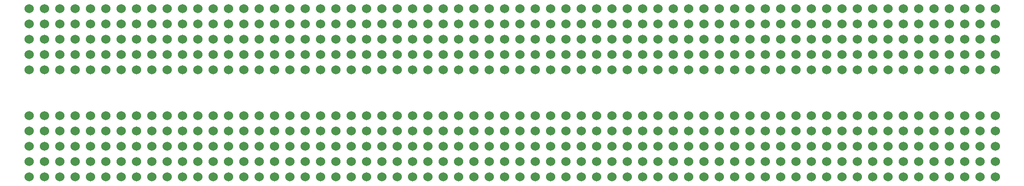
<source format=gbr>
%TF.GenerationSoftware,KiCad,Pcbnew,5.1.9-73d0e3b20d~88~ubuntu20.04.1*%
%TF.CreationDate,2021-01-27T17:20:26-06:00*%
%TF.ProjectId,ProtoPCBs,50726f74-6f50-4434-9273-2e6b69636164,rev?*%
%TF.SameCoordinates,Original*%
%TF.FileFunction,Copper,L2,Bot*%
%TF.FilePolarity,Positive*%
%FSLAX46Y46*%
G04 Gerber Fmt 4.6, Leading zero omitted, Abs format (unit mm)*
G04 Created by KiCad (PCBNEW 5.1.9-73d0e3b20d~88~ubuntu20.04.1) date 2021-01-27 17:20:26*
%MOMM*%
%LPD*%
G01*
G04 APERTURE LIST*
%TA.AperFunction,ComponentPad*%
%ADD10C,1.524000*%
%TD*%
G04 APERTURE END LIST*
D10*
%TO.P,REF\u002A\u002A,1*%
%TO.N,N/C*%
X71120000Y-83820000D03*
X228600000Y-86360000D03*
X226060000Y-86360000D03*
X223520000Y-83820000D03*
X231140000Y-91440000D03*
X226060000Y-93980000D03*
X226060000Y-91440000D03*
X208280000Y-83820000D03*
X195580000Y-88900000D03*
X160020000Y-88900000D03*
X167640000Y-83820000D03*
X175260000Y-83820000D03*
X177800000Y-91440000D03*
X177800000Y-88900000D03*
X187960000Y-91440000D03*
X180340000Y-83820000D03*
X175260000Y-91440000D03*
X160020000Y-91440000D03*
X180340000Y-88900000D03*
X187960000Y-83820000D03*
X195580000Y-93980000D03*
X193040000Y-88900000D03*
X160020000Y-93980000D03*
X203200000Y-86360000D03*
X193040000Y-91440000D03*
X210820000Y-86360000D03*
X175260000Y-88900000D03*
X190500000Y-83820000D03*
X167640000Y-93980000D03*
X198120000Y-93980000D03*
X195580000Y-83820000D03*
X165100000Y-83820000D03*
X180340000Y-86360000D03*
X154940000Y-93980000D03*
X157480000Y-88900000D03*
X218440000Y-91440000D03*
X218440000Y-88900000D03*
X218440000Y-86360000D03*
X231140000Y-93980000D03*
X220980000Y-86360000D03*
X226060000Y-88900000D03*
X185420000Y-88900000D03*
X172720000Y-91440000D03*
X190500000Y-86360000D03*
X215900000Y-93980000D03*
X213360000Y-88900000D03*
X223520000Y-86360000D03*
X213360000Y-91440000D03*
X231140000Y-86360000D03*
X218440000Y-93980000D03*
X208280000Y-93980000D03*
X177800000Y-86360000D03*
X167640000Y-91440000D03*
X190500000Y-93980000D03*
X182880000Y-91440000D03*
X182880000Y-93980000D03*
X177800000Y-93980000D03*
X162560000Y-88900000D03*
X210820000Y-83820000D03*
X195580000Y-86360000D03*
X208280000Y-91440000D03*
X200660000Y-83820000D03*
X182880000Y-88900000D03*
X165100000Y-93980000D03*
X165100000Y-88900000D03*
X154940000Y-86360000D03*
X157480000Y-93980000D03*
X170180000Y-93980000D03*
X198120000Y-83820000D03*
X193040000Y-83820000D03*
X157480000Y-86360000D03*
X71120000Y-93980000D03*
X81280000Y-86360000D03*
X134620000Y-83820000D03*
X142240000Y-91440000D03*
X142240000Y-93980000D03*
X139700000Y-91440000D03*
X139700000Y-93980000D03*
X106680000Y-93980000D03*
X106680000Y-88900000D03*
X104140000Y-83820000D03*
X93980000Y-93980000D03*
X152400000Y-83820000D03*
X152400000Y-93980000D03*
X162560000Y-86360000D03*
X215900000Y-83820000D03*
X223520000Y-91440000D03*
X223520000Y-93980000D03*
X220980000Y-91440000D03*
X220980000Y-93980000D03*
X187960000Y-93980000D03*
X187960000Y-88900000D03*
X185420000Y-83820000D03*
X175260000Y-93980000D03*
X195580000Y-91440000D03*
X200660000Y-88900000D03*
X215900000Y-91440000D03*
X220980000Y-88900000D03*
X223520000Y-88900000D03*
X203200000Y-88900000D03*
X165100000Y-86360000D03*
X172720000Y-88900000D03*
X210820000Y-88900000D03*
X182880000Y-83820000D03*
X190500000Y-91440000D03*
X152400000Y-86360000D03*
X172720000Y-86360000D03*
X172720000Y-93980000D03*
X193040000Y-86360000D03*
X114300000Y-91440000D03*
X119380000Y-88900000D03*
X170180000Y-88900000D03*
X177800000Y-83820000D03*
X134620000Y-91440000D03*
X139700000Y-88900000D03*
X142240000Y-88900000D03*
X152400000Y-88900000D03*
X121920000Y-88900000D03*
X83820000Y-86360000D03*
X91440000Y-88900000D03*
X129540000Y-88900000D03*
X101600000Y-83820000D03*
X109220000Y-91440000D03*
X71120000Y-86360000D03*
X91440000Y-86360000D03*
X154940000Y-83820000D03*
X91440000Y-93980000D03*
X205740000Y-83820000D03*
X162560000Y-93980000D03*
X111760000Y-86360000D03*
X111760000Y-93980000D03*
X99060000Y-91440000D03*
X99060000Y-93980000D03*
X83820000Y-83820000D03*
X99060000Y-86360000D03*
X73660000Y-93980000D03*
X76200000Y-88900000D03*
X167640000Y-88900000D03*
X231140000Y-88900000D03*
X213360000Y-86360000D03*
X213360000Y-93980000D03*
X228600000Y-93980000D03*
X228600000Y-83820000D03*
X215900000Y-88900000D03*
X162560000Y-83820000D03*
X193040000Y-93980000D03*
X180340000Y-91440000D03*
X180340000Y-93980000D03*
X170180000Y-91440000D03*
X231140000Y-83820000D03*
X215900000Y-86360000D03*
X228600000Y-91440000D03*
X220980000Y-83820000D03*
X218440000Y-83820000D03*
X160020000Y-83820000D03*
X175260000Y-86360000D03*
X154940000Y-91440000D03*
X165100000Y-91440000D03*
X203200000Y-91440000D03*
X203200000Y-93980000D03*
X200660000Y-91440000D03*
X200660000Y-93980000D03*
X208280000Y-86360000D03*
X226060000Y-83820000D03*
X162560000Y-91440000D03*
X208280000Y-88900000D03*
X185420000Y-91440000D03*
X182880000Y-86360000D03*
X185420000Y-86360000D03*
X205740000Y-86360000D03*
X203200000Y-83820000D03*
X210820000Y-91440000D03*
X205740000Y-93980000D03*
X205740000Y-91440000D03*
X172720000Y-83820000D03*
X187960000Y-86360000D03*
X185420000Y-93980000D03*
X157480000Y-83820000D03*
X198120000Y-91440000D03*
X198120000Y-88900000D03*
X198120000Y-86360000D03*
X210820000Y-93980000D03*
X154940000Y-88900000D03*
X170180000Y-83820000D03*
X152400000Y-91440000D03*
X170180000Y-86360000D03*
X200660000Y-86360000D03*
X205740000Y-88900000D03*
X190500000Y-88900000D03*
X167640000Y-86360000D03*
X213360000Y-83820000D03*
X228600000Y-88900000D03*
X137160000Y-91440000D03*
X137160000Y-88900000D03*
X137160000Y-86360000D03*
X149860000Y-93980000D03*
X139700000Y-86360000D03*
X144780000Y-88900000D03*
X104140000Y-88900000D03*
X91440000Y-91440000D03*
X109220000Y-86360000D03*
X134620000Y-93980000D03*
X132080000Y-88900000D03*
X142240000Y-86360000D03*
X132080000Y-91440000D03*
X149860000Y-86360000D03*
X137160000Y-93980000D03*
X127000000Y-93980000D03*
X96520000Y-86360000D03*
X86360000Y-91440000D03*
X109220000Y-93980000D03*
X101600000Y-91440000D03*
X101600000Y-93980000D03*
X96520000Y-93980000D03*
X81280000Y-88900000D03*
X147320000Y-86360000D03*
X144780000Y-86360000D03*
X142240000Y-83820000D03*
X149860000Y-91440000D03*
X144780000Y-93980000D03*
X144780000Y-91440000D03*
X127000000Y-83820000D03*
X114300000Y-88900000D03*
X78740000Y-88900000D03*
X86360000Y-83820000D03*
X93980000Y-83820000D03*
X96520000Y-91440000D03*
X96520000Y-88900000D03*
X106680000Y-91440000D03*
X99060000Y-83820000D03*
X93980000Y-91440000D03*
X78740000Y-91440000D03*
X99060000Y-88900000D03*
X106680000Y-83820000D03*
X114300000Y-93980000D03*
X111760000Y-88900000D03*
X78740000Y-93980000D03*
X121920000Y-86360000D03*
X111760000Y-91440000D03*
X129540000Y-86360000D03*
X93980000Y-88900000D03*
X109220000Y-83820000D03*
X86360000Y-93980000D03*
X157480000Y-91440000D03*
X86360000Y-88900000D03*
X149860000Y-88900000D03*
X132080000Y-86360000D03*
X132080000Y-93980000D03*
X147320000Y-93980000D03*
X147320000Y-83820000D03*
X134620000Y-88900000D03*
X81280000Y-83820000D03*
X116840000Y-93980000D03*
X114300000Y-83820000D03*
X88900000Y-91440000D03*
X149860000Y-83820000D03*
X134620000Y-86360000D03*
X147320000Y-91440000D03*
X139700000Y-83820000D03*
X137160000Y-83820000D03*
X78740000Y-83820000D03*
X93980000Y-86360000D03*
X73660000Y-91440000D03*
X83820000Y-91440000D03*
X121920000Y-91440000D03*
X121920000Y-93980000D03*
X119380000Y-91440000D03*
X119380000Y-93980000D03*
X127000000Y-86360000D03*
X144780000Y-83820000D03*
X101600000Y-86360000D03*
X104140000Y-86360000D03*
X124460000Y-86360000D03*
X121920000Y-83820000D03*
X129540000Y-91440000D03*
X124460000Y-93980000D03*
X124460000Y-91440000D03*
X91440000Y-83820000D03*
X106680000Y-86360000D03*
X104140000Y-93980000D03*
X76200000Y-83820000D03*
X116840000Y-91440000D03*
X116840000Y-88900000D03*
X116840000Y-86360000D03*
X129540000Y-93980000D03*
X73660000Y-88900000D03*
X88900000Y-83820000D03*
X71120000Y-91440000D03*
X88900000Y-86360000D03*
X119380000Y-86360000D03*
X124460000Y-88900000D03*
X109220000Y-88900000D03*
X86360000Y-86360000D03*
X132080000Y-83820000D03*
X147320000Y-88900000D03*
X129540000Y-83820000D03*
X114300000Y-86360000D03*
X127000000Y-91440000D03*
X119380000Y-83820000D03*
X101600000Y-88900000D03*
X83820000Y-93980000D03*
X83820000Y-88900000D03*
X73660000Y-86360000D03*
X76200000Y-93980000D03*
X88900000Y-93980000D03*
X116840000Y-83820000D03*
X111760000Y-83820000D03*
X127000000Y-88900000D03*
X124460000Y-83820000D03*
X160020000Y-86360000D03*
X88900000Y-88900000D03*
X104140000Y-91440000D03*
X96520000Y-83820000D03*
X81280000Y-93980000D03*
X71120000Y-88900000D03*
X76200000Y-86360000D03*
X78740000Y-86360000D03*
X73660000Y-83820000D03*
X76200000Y-91440000D03*
X81280000Y-91440000D03*
X152400000Y-66040000D03*
X152400000Y-76200000D03*
X162560000Y-68580000D03*
X215900000Y-66040000D03*
X223520000Y-73660000D03*
X223520000Y-76200000D03*
X220980000Y-73660000D03*
X220980000Y-76200000D03*
X187960000Y-76200000D03*
X187960000Y-71120000D03*
X185420000Y-66040000D03*
X175260000Y-76200000D03*
X195580000Y-73660000D03*
X200660000Y-71120000D03*
X215900000Y-73660000D03*
X220980000Y-71120000D03*
X223520000Y-71120000D03*
X203200000Y-71120000D03*
X165100000Y-68580000D03*
X172720000Y-71120000D03*
X210820000Y-71120000D03*
X182880000Y-66040000D03*
X190500000Y-73660000D03*
X152400000Y-68580000D03*
X172720000Y-68580000D03*
X172720000Y-76200000D03*
X193040000Y-68580000D03*
X193040000Y-76200000D03*
X180340000Y-73660000D03*
X180340000Y-76200000D03*
X165100000Y-66040000D03*
X180340000Y-68580000D03*
X154940000Y-76200000D03*
X157480000Y-71120000D03*
X218440000Y-73660000D03*
X218440000Y-71120000D03*
X218440000Y-68580000D03*
X231140000Y-76200000D03*
X220980000Y-68580000D03*
X226060000Y-71120000D03*
X185420000Y-71120000D03*
X172720000Y-73660000D03*
X190500000Y-68580000D03*
X215900000Y-76200000D03*
X213360000Y-71120000D03*
X223520000Y-68580000D03*
X213360000Y-73660000D03*
X231140000Y-68580000D03*
X218440000Y-76200000D03*
X208280000Y-76200000D03*
X177800000Y-68580000D03*
X167640000Y-73660000D03*
X190500000Y-76200000D03*
X182880000Y-73660000D03*
X182880000Y-76200000D03*
X177800000Y-76200000D03*
X162560000Y-71120000D03*
X228600000Y-68580000D03*
X226060000Y-68580000D03*
X223520000Y-66040000D03*
X231140000Y-73660000D03*
X226060000Y-76200000D03*
X226060000Y-73660000D03*
X208280000Y-66040000D03*
X195580000Y-71120000D03*
X160020000Y-71120000D03*
X167640000Y-66040000D03*
X175260000Y-66040000D03*
X177800000Y-73660000D03*
X177800000Y-71120000D03*
X187960000Y-73660000D03*
X180340000Y-66040000D03*
X175260000Y-73660000D03*
X160020000Y-73660000D03*
X180340000Y-71120000D03*
X187960000Y-66040000D03*
X195580000Y-76200000D03*
X193040000Y-71120000D03*
X160020000Y-76200000D03*
X203200000Y-68580000D03*
X193040000Y-73660000D03*
X210820000Y-68580000D03*
X175260000Y-71120000D03*
X190500000Y-66040000D03*
X167640000Y-76200000D03*
X167640000Y-71120000D03*
X231140000Y-71120000D03*
X213360000Y-68580000D03*
X213360000Y-76200000D03*
X228600000Y-76200000D03*
X228600000Y-66040000D03*
X215900000Y-71120000D03*
X162560000Y-66040000D03*
X198120000Y-76200000D03*
X195580000Y-66040000D03*
X170180000Y-73660000D03*
X231140000Y-66040000D03*
X215900000Y-68580000D03*
X228600000Y-73660000D03*
X220980000Y-66040000D03*
X218440000Y-66040000D03*
X160020000Y-66040000D03*
X175260000Y-68580000D03*
X154940000Y-73660000D03*
X165100000Y-73660000D03*
X203200000Y-73660000D03*
X203200000Y-76200000D03*
X200660000Y-73660000D03*
X200660000Y-76200000D03*
X208280000Y-68580000D03*
X226060000Y-66040000D03*
X182880000Y-68580000D03*
X185420000Y-68580000D03*
X205740000Y-68580000D03*
X203200000Y-66040000D03*
X210820000Y-73660000D03*
X205740000Y-76200000D03*
X205740000Y-73660000D03*
X172720000Y-66040000D03*
X187960000Y-68580000D03*
X185420000Y-76200000D03*
X157480000Y-66040000D03*
X198120000Y-73660000D03*
X198120000Y-71120000D03*
X198120000Y-68580000D03*
X210820000Y-76200000D03*
X154940000Y-71120000D03*
X170180000Y-66040000D03*
X152400000Y-73660000D03*
X170180000Y-68580000D03*
X200660000Y-68580000D03*
X205740000Y-71120000D03*
X190500000Y-71120000D03*
X167640000Y-68580000D03*
X213360000Y-66040000D03*
X228600000Y-71120000D03*
X210820000Y-66040000D03*
X195580000Y-68580000D03*
X208280000Y-73660000D03*
X200660000Y-66040000D03*
X182880000Y-71120000D03*
X165100000Y-76200000D03*
X165100000Y-71120000D03*
X154940000Y-68580000D03*
X157480000Y-76200000D03*
X170180000Y-76200000D03*
X198120000Y-66040000D03*
X193040000Y-66040000D03*
X208280000Y-71120000D03*
X205740000Y-66040000D03*
X170180000Y-71120000D03*
X185420000Y-73660000D03*
X177800000Y-66040000D03*
X162560000Y-76200000D03*
X152400000Y-71120000D03*
X157480000Y-68580000D03*
X160020000Y-68580000D03*
X154940000Y-66040000D03*
X157480000Y-73660000D03*
X162560000Y-73660000D03*
X134620000Y-73660000D03*
X139700000Y-71120000D03*
X142240000Y-71120000D03*
X149860000Y-71120000D03*
X132080000Y-68580000D03*
X132080000Y-76200000D03*
X147320000Y-76200000D03*
X147320000Y-66040000D03*
X134620000Y-71120000D03*
X134620000Y-76200000D03*
X132080000Y-71120000D03*
X142240000Y-68580000D03*
X132080000Y-73660000D03*
X149860000Y-68580000D03*
X137160000Y-76200000D03*
X134620000Y-66040000D03*
X142240000Y-73660000D03*
X142240000Y-76200000D03*
X139700000Y-73660000D03*
X139700000Y-76200000D03*
X147320000Y-68580000D03*
X144780000Y-68580000D03*
X142240000Y-66040000D03*
X149860000Y-73660000D03*
X144780000Y-76200000D03*
X144780000Y-73660000D03*
X137160000Y-73660000D03*
X137160000Y-71120000D03*
X137160000Y-68580000D03*
X149860000Y-76200000D03*
X139700000Y-68580000D03*
X144780000Y-71120000D03*
X149860000Y-66040000D03*
X134620000Y-68580000D03*
X147320000Y-73660000D03*
X139700000Y-66040000D03*
X137160000Y-66040000D03*
X132080000Y-66040000D03*
X147320000Y-71120000D03*
X144780000Y-66040000D03*
X127000000Y-76200000D03*
X127000000Y-71120000D03*
X124460000Y-66040000D03*
X114300000Y-76200000D03*
X111760000Y-71120000D03*
X121920000Y-66040000D03*
X129540000Y-73660000D03*
X111760000Y-68580000D03*
X111760000Y-76200000D03*
X119380000Y-73660000D03*
X119380000Y-76200000D03*
X119380000Y-68580000D03*
X124460000Y-71120000D03*
X111760000Y-73660000D03*
X129540000Y-68580000D03*
X116840000Y-68580000D03*
X129540000Y-76200000D03*
X121920000Y-73660000D03*
X121920000Y-76200000D03*
X116840000Y-76200000D03*
X114300000Y-66040000D03*
X116840000Y-73660000D03*
X116840000Y-71120000D03*
X127000000Y-73660000D03*
X119380000Y-66040000D03*
X114300000Y-73660000D03*
X119380000Y-71120000D03*
X127000000Y-66040000D03*
X114300000Y-71120000D03*
X129540000Y-66040000D03*
X114300000Y-68580000D03*
X121920000Y-68580000D03*
X124460000Y-68580000D03*
X111760000Y-66040000D03*
X127000000Y-68580000D03*
X124460000Y-76200000D03*
X129540000Y-71120000D03*
X121920000Y-71120000D03*
X124460000Y-73660000D03*
X116840000Y-66040000D03*
X91440000Y-66040000D03*
X91440000Y-76200000D03*
X101600000Y-68580000D03*
X104140000Y-68580000D03*
X91440000Y-68580000D03*
X104140000Y-66040000D03*
X93980000Y-76200000D03*
X96520000Y-71120000D03*
X106680000Y-73660000D03*
X101600000Y-71120000D03*
X99060000Y-71120000D03*
X106680000Y-66040000D03*
X99060000Y-73660000D03*
X99060000Y-76200000D03*
X106680000Y-76200000D03*
X106680000Y-71120000D03*
X101600000Y-66040000D03*
X109220000Y-73660000D03*
X99060000Y-66040000D03*
X93980000Y-73660000D03*
X104140000Y-73660000D03*
X96520000Y-66040000D03*
X93980000Y-71120000D03*
X109220000Y-66040000D03*
X91440000Y-73660000D03*
X109220000Y-68580000D03*
X106680000Y-68580000D03*
X104140000Y-76200000D03*
X104140000Y-71120000D03*
X93980000Y-68580000D03*
X96520000Y-76200000D03*
X109220000Y-76200000D03*
X109220000Y-71120000D03*
X101600000Y-76200000D03*
X91440000Y-71120000D03*
X96520000Y-68580000D03*
X99060000Y-68580000D03*
X93980000Y-66040000D03*
X96520000Y-73660000D03*
X101600000Y-73660000D03*
X88900000Y-73660000D03*
X88900000Y-66040000D03*
X88900000Y-76200000D03*
X88900000Y-71120000D03*
X88900000Y-68580000D03*
X86360000Y-68580000D03*
X86360000Y-66040000D03*
X86360000Y-73660000D03*
X86360000Y-76200000D03*
X86360000Y-71120000D03*
X83820000Y-68580000D03*
X83820000Y-71120000D03*
X83820000Y-66040000D03*
X83820000Y-76200000D03*
X83820000Y-73660000D03*
X81280000Y-71120000D03*
X81280000Y-73660000D03*
X81280000Y-76200000D03*
X81280000Y-66040000D03*
X81280000Y-68580000D03*
X78740000Y-71120000D03*
X78740000Y-66040000D03*
X78740000Y-76200000D03*
X78740000Y-68580000D03*
X78740000Y-73660000D03*
X76200000Y-76200000D03*
X76200000Y-73660000D03*
X76200000Y-71120000D03*
X76200000Y-68580000D03*
X76200000Y-66040000D03*
X73660000Y-66040000D03*
X73660000Y-76200000D03*
X73660000Y-68580000D03*
X73660000Y-73660000D03*
X73660000Y-71120000D03*
X71120000Y-76200000D03*
X71120000Y-73660000D03*
X71120000Y-71120000D03*
X71120000Y-68580000D03*
X71120000Y-66040000D03*
%TD*%
M02*

</source>
